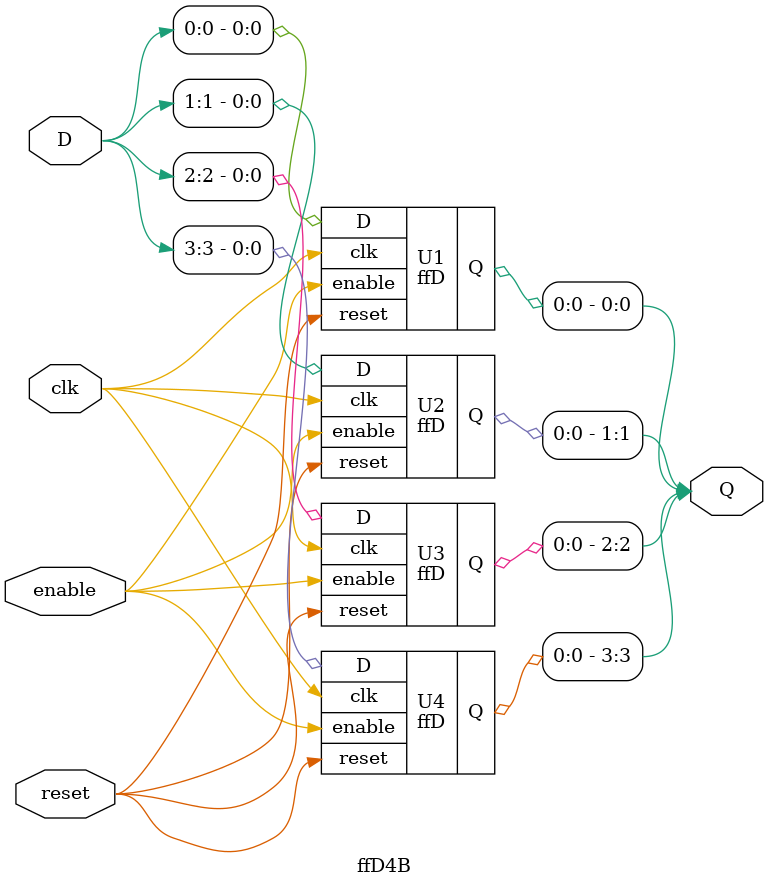
<source format=v>

module ffD(input clk, reset, enable, input D, output reg Q);

    always @(posedge clk, posedge reset) begin
      //Hacemos que el reset haga Q = 0
      if (reset) begin
        Q <= 0;
        end
      //Hacemos que el Enable funcione
      else if (enable) begin
        Q <= D;
        end
      end //Always

endmodule

module ffD4B (input clk, reset, enable, input[3:0] D, output wire[3:0] Q);
    ffD U1(clk, reset, enable, D[0], Q[0]);
    ffD U2(clk, reset, enable, D[1], Q[1]);
    ffD U3(clk, reset, enable, D[2], Q[2]);
    ffD U4(clk, reset, enable, D[3], Q[3]);

endmodule // ffD4B

</source>
